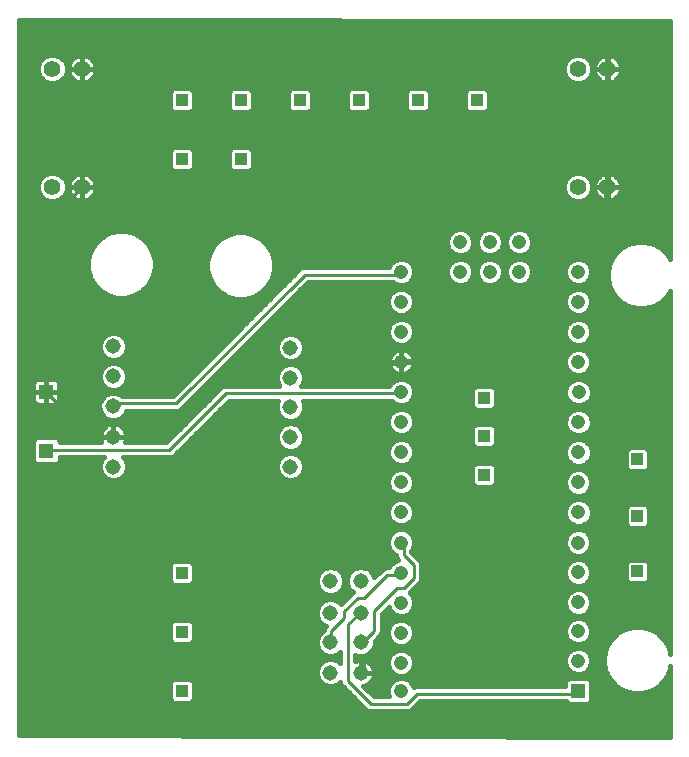
<source format=gbl>
G75*
%MOIN*%
%OFA0B0*%
%FSLAX25Y25*%
%IPPOS*%
%LPD*%
%AMOC8*
5,1,8,0,0,1.08239X$1,22.5*
%
%ADD10R,0.05150X0.05150*%
%ADD11R,0.04756X0.04756*%
%ADD12C,0.04756*%
%ADD13C,0.05150*%
%ADD14C,0.05543*%
%ADD15C,0.01000*%
%ADD16C,0.01600*%
%ADD17R,0.03962X0.03962*%
D10*
X0019713Y0105422D03*
X0019713Y0125107D03*
D11*
X0197036Y0025343D03*
D12*
X0196997Y0035383D03*
X0197036Y0045265D03*
X0197036Y0054871D03*
X0197036Y0064871D03*
X0197036Y0074831D03*
X0197076Y0084871D03*
X0197036Y0094871D03*
X0197076Y0104871D03*
X0197076Y0114910D03*
X0197115Y0124950D03*
X0197036Y0134989D03*
X0196997Y0145028D03*
X0197036Y0155068D03*
X0197036Y0165107D03*
X0177351Y0165107D03*
X0167509Y0165107D03*
X0167509Y0174950D03*
X0177351Y0174950D03*
X0157666Y0174950D03*
X0157666Y0165107D03*
X0137981Y0165068D03*
X0137942Y0155068D03*
X0137981Y0145068D03*
X0137981Y0135068D03*
X0137981Y0125068D03*
X0137981Y0115028D03*
X0137981Y0104989D03*
X0137981Y0094950D03*
X0137942Y0084910D03*
X0137942Y0074831D03*
X0137942Y0064792D03*
X0137981Y0054792D03*
X0137902Y0044713D03*
X0137942Y0034753D03*
X0137981Y0025343D03*
D13*
X0124556Y0031406D03*
X0124556Y0041524D03*
X0124477Y0051288D03*
X0114359Y0051328D03*
X0114359Y0041524D03*
X0114398Y0031446D03*
X0114398Y0062036D03*
X0124517Y0062036D03*
X0101091Y0100107D03*
X0101091Y0109989D03*
X0101052Y0119950D03*
X0101052Y0129831D03*
X0101052Y0139792D03*
X0042036Y0140186D03*
X0042076Y0130186D03*
X0041997Y0120186D03*
X0042036Y0110146D03*
X0042036Y0100107D03*
D14*
X0031564Y0193335D03*
X0021721Y0193335D03*
X0021721Y0232706D03*
X0031564Y0232706D03*
X0196918Y0232706D03*
X0206761Y0232706D03*
X0206761Y0193335D03*
X0196918Y0193335D03*
D15*
X0205937Y0192737D02*
X0205937Y0187237D01*
X0154237Y0135537D01*
X0144337Y0135537D01*
X0144337Y0055237D01*
X0138837Y0049737D01*
X0136637Y0049737D01*
X0133337Y0046437D01*
X0133337Y0044237D01*
X0125637Y0036537D01*
X0125637Y0032137D01*
X0124556Y0031406D01*
X0120137Y0028837D02*
X0120137Y0047537D01*
X0123437Y0050837D01*
X0124477Y0051288D01*
X0128937Y0051937D02*
X0128937Y0045337D01*
X0125637Y0042037D01*
X0124556Y0041524D01*
X0119037Y0049737D02*
X0114637Y0045337D01*
X0114637Y0042037D01*
X0114359Y0041524D01*
X0119037Y0049737D02*
X0119037Y0051937D01*
X0123437Y0056337D01*
X0125637Y0056337D01*
X0133337Y0064037D01*
X0137737Y0064037D01*
X0137942Y0064792D01*
X0142137Y0062937D02*
X0138837Y0059637D01*
X0136637Y0059637D01*
X0128937Y0051937D01*
X0142137Y0062937D02*
X0142137Y0067337D01*
X0138837Y0070637D01*
X0138837Y0073937D01*
X0137942Y0074831D01*
X0120137Y0028837D02*
X0127837Y0021137D01*
X0139937Y0021137D01*
X0143237Y0024437D01*
X0196037Y0024437D01*
X0197036Y0025343D01*
X0137737Y0124537D02*
X0137981Y0125068D01*
X0137737Y0124537D02*
X0079437Y0124537D01*
X0060737Y0105837D01*
X0020037Y0105837D01*
X0019713Y0105422D01*
X0034337Y0110237D02*
X0020037Y0124537D01*
X0019713Y0125107D01*
X0020037Y0125637D01*
X0020037Y0181737D01*
X0031037Y0192737D01*
X0031564Y0193335D01*
X0086037Y0134437D02*
X0137737Y0134437D01*
X0137981Y0135068D01*
X0138837Y0135537D01*
X0144337Y0135537D01*
X0137737Y0164137D02*
X0137981Y0165068D01*
X0137737Y0164137D02*
X0105837Y0164137D01*
X0062937Y0121237D01*
X0042037Y0121237D01*
X0041997Y0120186D01*
X0042037Y0110237D02*
X0042036Y0110146D01*
X0040937Y0110237D01*
X0034337Y0110237D01*
X0042037Y0110237D02*
X0061837Y0110237D01*
X0086037Y0134437D01*
X0205937Y0192737D02*
X0206761Y0193335D01*
D16*
X0010537Y0248960D02*
X0010537Y0010529D01*
X0227709Y0010152D01*
X0227709Y0033633D01*
X0227103Y0031374D01*
X0225642Y0028843D01*
X0223576Y0026777D01*
X0221045Y0025315D01*
X0218222Y0024559D01*
X0215299Y0024559D01*
X0212476Y0025315D01*
X0209946Y0026777D01*
X0207879Y0028843D01*
X0206418Y0031374D01*
X0205661Y0034197D01*
X0205661Y0037120D01*
X0206418Y0039942D01*
X0207879Y0042473D01*
X0209946Y0044540D01*
X0212476Y0046001D01*
X0215299Y0046757D01*
X0218222Y0046757D01*
X0221045Y0046001D01*
X0223576Y0044540D01*
X0225642Y0042473D01*
X0227103Y0039942D01*
X0227709Y0037684D01*
X0227709Y0158723D01*
X0226823Y0157190D01*
X0224757Y0155123D01*
X0222226Y0153662D01*
X0219403Y0152906D01*
X0216480Y0152906D01*
X0213658Y0153662D01*
X0211127Y0155123D01*
X0209060Y0157190D01*
X0207599Y0159721D01*
X0206843Y0162543D01*
X0206843Y0165466D01*
X0207599Y0168289D01*
X0209060Y0170820D01*
X0211127Y0172886D01*
X0213658Y0174348D01*
X0216480Y0175104D01*
X0219403Y0175104D01*
X0222226Y0174348D01*
X0224757Y0172886D01*
X0226823Y0170820D01*
X0227709Y0169286D01*
X0227709Y0248583D01*
X0010537Y0248960D01*
X0010537Y0248711D02*
X0154213Y0248711D01*
X0160408Y0226254D02*
X0159236Y0225082D01*
X0159236Y0219463D01*
X0160408Y0218291D01*
X0166027Y0218291D01*
X0167198Y0219463D01*
X0167198Y0225082D01*
X0166027Y0226254D01*
X0160408Y0226254D01*
X0159236Y0224733D02*
X0147513Y0224733D01*
X0147513Y0225082D02*
X0146342Y0226254D01*
X0140723Y0226254D01*
X0139551Y0225082D01*
X0139551Y0219463D01*
X0140723Y0218291D01*
X0146342Y0218291D01*
X0147513Y0219463D01*
X0147513Y0225082D01*
X0147513Y0223135D02*
X0159236Y0223135D01*
X0159236Y0221536D02*
X0147513Y0221536D01*
X0147513Y0219938D02*
X0159236Y0219938D01*
X0160360Y0218339D02*
X0146389Y0218339D01*
X0140675Y0218339D02*
X0126704Y0218339D01*
X0126657Y0218291D02*
X0127828Y0219463D01*
X0127828Y0225082D01*
X0126657Y0226254D01*
X0121038Y0226254D01*
X0119866Y0225082D01*
X0119866Y0219463D01*
X0121038Y0218291D01*
X0126657Y0218291D01*
X0127828Y0219938D02*
X0139551Y0219938D01*
X0139551Y0221536D02*
X0127828Y0221536D01*
X0127828Y0223135D02*
X0139551Y0223135D01*
X0139551Y0224733D02*
X0127828Y0224733D01*
X0120990Y0218339D02*
X0107019Y0218339D01*
X0106972Y0218291D02*
X0108143Y0219463D01*
X0108143Y0225082D01*
X0106972Y0226254D01*
X0101353Y0226254D01*
X0100181Y0225082D01*
X0100181Y0219463D01*
X0101353Y0218291D01*
X0106972Y0218291D01*
X0108143Y0219938D02*
X0119866Y0219938D01*
X0119866Y0221536D02*
X0108143Y0221536D01*
X0108143Y0223135D02*
X0119866Y0223135D01*
X0119866Y0224733D02*
X0108143Y0224733D01*
X0101305Y0218339D02*
X0087334Y0218339D01*
X0087287Y0218291D02*
X0088458Y0219463D01*
X0088458Y0225082D01*
X0087287Y0226254D01*
X0081668Y0226254D01*
X0080496Y0225082D01*
X0080496Y0219463D01*
X0081668Y0218291D01*
X0087287Y0218291D01*
X0088458Y0219938D02*
X0100181Y0219938D01*
X0100181Y0221536D02*
X0088458Y0221536D01*
X0088458Y0223135D02*
X0100181Y0223135D01*
X0100181Y0224733D02*
X0088458Y0224733D01*
X0081620Y0218339D02*
X0067649Y0218339D01*
X0067602Y0218291D02*
X0068773Y0219463D01*
X0068773Y0225082D01*
X0067602Y0226254D01*
X0061983Y0226254D01*
X0060811Y0225082D01*
X0060811Y0219463D01*
X0061983Y0218291D01*
X0067602Y0218291D01*
X0068773Y0219938D02*
X0080496Y0219938D01*
X0080496Y0221536D02*
X0068773Y0221536D01*
X0068773Y0223135D02*
X0080496Y0223135D01*
X0080496Y0224733D02*
X0068773Y0224733D01*
X0060811Y0224733D02*
X0010537Y0224733D01*
X0010537Y0223135D02*
X0060811Y0223135D01*
X0060811Y0221536D02*
X0010537Y0221536D01*
X0010537Y0219938D02*
X0060811Y0219938D01*
X0061935Y0218339D02*
X0010537Y0218339D01*
X0010537Y0216741D02*
X0227709Y0216741D01*
X0227709Y0218339D02*
X0166075Y0218339D01*
X0167198Y0219938D02*
X0227709Y0219938D01*
X0227709Y0221536D02*
X0167198Y0221536D01*
X0167198Y0223135D02*
X0227709Y0223135D01*
X0227709Y0224733D02*
X0167198Y0224733D01*
X0192146Y0231756D02*
X0192873Y0230003D01*
X0194215Y0228660D01*
X0195969Y0227934D01*
X0197867Y0227934D01*
X0199621Y0228660D01*
X0200963Y0230003D01*
X0201690Y0231756D01*
X0201690Y0233655D01*
X0200963Y0235408D01*
X0199621Y0236751D01*
X0197867Y0237477D01*
X0195969Y0237477D01*
X0194215Y0236751D01*
X0192873Y0235408D01*
X0192146Y0233655D01*
X0192146Y0231756D01*
X0192407Y0231127D02*
X0035858Y0231127D01*
X0035800Y0230951D02*
X0036023Y0231635D01*
X0036135Y0232346D01*
X0036135Y0232620D01*
X0031650Y0232620D01*
X0031650Y0232791D01*
X0036135Y0232791D01*
X0036135Y0233065D01*
X0036023Y0233776D01*
X0035800Y0234460D01*
X0035474Y0235102D01*
X0035051Y0235684D01*
X0034542Y0236193D01*
X0033960Y0236616D01*
X0033319Y0236942D01*
X0032634Y0237165D01*
X0031924Y0237277D01*
X0031650Y0237277D01*
X0031650Y0232791D01*
X0031478Y0232791D01*
X0031478Y0232620D01*
X0026992Y0232620D01*
X0026992Y0232346D01*
X0027105Y0231635D01*
X0027327Y0230951D01*
X0027654Y0230309D01*
X0028077Y0229727D01*
X0028586Y0229218D01*
X0029168Y0228795D01*
X0029809Y0228469D01*
X0030493Y0228246D01*
X0031204Y0228134D01*
X0031478Y0228134D01*
X0031478Y0232620D01*
X0031650Y0232620D01*
X0031650Y0228134D01*
X0031924Y0228134D01*
X0032634Y0228246D01*
X0033319Y0228469D01*
X0033960Y0228795D01*
X0034542Y0229218D01*
X0035051Y0229727D01*
X0035474Y0230309D01*
X0035800Y0230951D01*
X0034852Y0229529D02*
X0193347Y0229529D01*
X0192146Y0232726D02*
X0031650Y0232726D01*
X0031478Y0232726D02*
X0026493Y0232726D01*
X0026992Y0232791D02*
X0031478Y0232791D01*
X0031478Y0237277D01*
X0031204Y0237277D01*
X0030493Y0237165D01*
X0029809Y0236942D01*
X0029168Y0236616D01*
X0028586Y0236193D01*
X0028077Y0235684D01*
X0027654Y0235102D01*
X0027327Y0234460D01*
X0027105Y0233776D01*
X0026992Y0233065D01*
X0026992Y0232791D01*
X0026493Y0233655D02*
X0026493Y0231756D01*
X0025766Y0230003D01*
X0024424Y0228660D01*
X0022670Y0227934D01*
X0020772Y0227934D01*
X0019018Y0228660D01*
X0017676Y0230003D01*
X0016950Y0231756D01*
X0016950Y0233655D01*
X0017676Y0235408D01*
X0019018Y0236751D01*
X0020772Y0237477D01*
X0022670Y0237477D01*
X0024424Y0236751D01*
X0025766Y0235408D01*
X0026493Y0233655D01*
X0026216Y0234324D02*
X0027283Y0234324D01*
X0028316Y0235923D02*
X0025252Y0235923D01*
X0026232Y0231127D02*
X0027270Y0231127D01*
X0028275Y0229529D02*
X0025292Y0229529D01*
X0031478Y0229529D02*
X0031650Y0229529D01*
X0031650Y0231127D02*
X0031478Y0231127D01*
X0031478Y0234324D02*
X0031650Y0234324D01*
X0031650Y0235923D02*
X0031478Y0235923D01*
X0034812Y0235923D02*
X0193387Y0235923D01*
X0192424Y0234324D02*
X0035845Y0234324D01*
X0018190Y0235923D02*
X0010537Y0235923D01*
X0010537Y0237521D02*
X0227709Y0237521D01*
X0227709Y0235923D02*
X0210009Y0235923D01*
X0210248Y0235684D02*
X0209739Y0236193D01*
X0209157Y0236616D01*
X0208516Y0236942D01*
X0207831Y0237165D01*
X0207120Y0237277D01*
X0206846Y0237277D01*
X0206846Y0232791D01*
X0206675Y0232791D01*
X0206675Y0232620D01*
X0202189Y0232620D01*
X0202189Y0232346D01*
X0202302Y0231635D01*
X0202524Y0230951D01*
X0202851Y0230309D01*
X0203274Y0229727D01*
X0203782Y0229218D01*
X0204365Y0228795D01*
X0205006Y0228469D01*
X0205690Y0228246D01*
X0206401Y0228134D01*
X0206675Y0228134D01*
X0206675Y0232620D01*
X0206846Y0232620D01*
X0206846Y0228134D01*
X0207120Y0228134D01*
X0207831Y0228246D01*
X0208516Y0228469D01*
X0209157Y0228795D01*
X0209739Y0229218D01*
X0210248Y0229727D01*
X0210671Y0230309D01*
X0210997Y0230951D01*
X0211220Y0231635D01*
X0211332Y0232346D01*
X0211332Y0232620D01*
X0206847Y0232620D01*
X0206847Y0232791D01*
X0211332Y0232791D01*
X0211332Y0233065D01*
X0211220Y0233776D01*
X0210997Y0234460D01*
X0210671Y0235102D01*
X0210248Y0235684D01*
X0211042Y0234324D02*
X0227709Y0234324D01*
X0227709Y0232726D02*
X0206847Y0232726D01*
X0206675Y0232726D02*
X0201690Y0232726D01*
X0202189Y0232791D02*
X0206675Y0232791D01*
X0206675Y0237277D01*
X0206401Y0237277D01*
X0205690Y0237165D01*
X0205006Y0236942D01*
X0204365Y0236616D01*
X0203782Y0236193D01*
X0203274Y0235684D01*
X0202851Y0235102D01*
X0202524Y0234460D01*
X0202302Y0233776D01*
X0202189Y0233065D01*
X0202189Y0232791D01*
X0202480Y0234324D02*
X0201412Y0234324D01*
X0200449Y0235923D02*
X0203512Y0235923D01*
X0202467Y0231127D02*
X0201429Y0231127D01*
X0200489Y0229529D02*
X0203472Y0229529D01*
X0206675Y0229529D02*
X0206846Y0229529D01*
X0206846Y0231127D02*
X0206675Y0231127D01*
X0206675Y0234324D02*
X0206846Y0234324D01*
X0206846Y0235923D02*
X0206675Y0235923D01*
X0211055Y0231127D02*
X0227709Y0231127D01*
X0227709Y0229529D02*
X0210049Y0229529D01*
X0227709Y0227930D02*
X0010537Y0227930D01*
X0010537Y0226332D02*
X0227709Y0226332D01*
X0227709Y0215142D02*
X0010537Y0215142D01*
X0010537Y0213543D02*
X0227709Y0213543D01*
X0227709Y0211945D02*
X0010537Y0211945D01*
X0010537Y0210346D02*
X0227709Y0210346D01*
X0227709Y0208748D02*
X0010537Y0208748D01*
X0010537Y0207149D02*
X0227709Y0207149D01*
X0227709Y0205551D02*
X0088304Y0205551D01*
X0088458Y0205397D02*
X0087287Y0206568D01*
X0081668Y0206568D01*
X0080496Y0205397D01*
X0080496Y0199778D01*
X0081668Y0198606D01*
X0087287Y0198606D01*
X0088458Y0199778D01*
X0088458Y0205397D01*
X0088458Y0203952D02*
X0227709Y0203952D01*
X0227709Y0202354D02*
X0088458Y0202354D01*
X0088458Y0200755D02*
X0227709Y0200755D01*
X0227709Y0199157D02*
X0087837Y0199157D01*
X0081117Y0199157D02*
X0068152Y0199157D01*
X0067602Y0198606D02*
X0068773Y0199778D01*
X0068773Y0205397D01*
X0067602Y0206568D01*
X0061983Y0206568D01*
X0060811Y0205397D01*
X0060811Y0199778D01*
X0061983Y0198606D01*
X0067602Y0198606D01*
X0068773Y0200755D02*
X0080496Y0200755D01*
X0080496Y0202354D02*
X0068773Y0202354D01*
X0068773Y0203952D02*
X0080496Y0203952D01*
X0080650Y0205551D02*
X0068619Y0205551D01*
X0060965Y0205551D02*
X0010537Y0205551D01*
X0010537Y0203952D02*
X0060811Y0203952D01*
X0060811Y0202354D02*
X0010537Y0202354D01*
X0010537Y0200755D02*
X0060811Y0200755D01*
X0061432Y0199157D02*
X0010537Y0199157D01*
X0010537Y0197558D02*
X0019447Y0197558D01*
X0019018Y0197381D02*
X0020772Y0198107D01*
X0022670Y0198107D01*
X0024424Y0197381D01*
X0025766Y0196038D01*
X0026493Y0194285D01*
X0026493Y0192386D01*
X0025766Y0190633D01*
X0024424Y0189290D01*
X0022670Y0188564D01*
X0020772Y0188564D01*
X0019018Y0189290D01*
X0017676Y0190633D01*
X0016950Y0192386D01*
X0016950Y0194285D01*
X0017676Y0196038D01*
X0019018Y0197381D01*
X0017644Y0195960D02*
X0010537Y0195960D01*
X0010537Y0194361D02*
X0016981Y0194361D01*
X0016950Y0192763D02*
X0010537Y0192763D01*
X0010537Y0191164D02*
X0017456Y0191164D01*
X0018743Y0189566D02*
X0010537Y0189566D01*
X0010537Y0187967D02*
X0227709Y0187967D01*
X0227709Y0186369D02*
X0010537Y0186369D01*
X0010537Y0184770D02*
X0227709Y0184770D01*
X0227709Y0183172D02*
X0010537Y0183172D01*
X0010537Y0181573D02*
X0227709Y0181573D01*
X0227709Y0179975D02*
X0010537Y0179975D01*
X0010537Y0178376D02*
X0042241Y0178376D01*
X0043252Y0178647D02*
X0040429Y0177891D01*
X0037898Y0176430D01*
X0035832Y0174363D01*
X0034371Y0171832D01*
X0033614Y0169009D01*
X0033614Y0166087D01*
X0034371Y0163264D01*
X0035832Y0160733D01*
X0037898Y0158666D01*
X0040429Y0157205D01*
X0043252Y0156449D01*
X0046175Y0156449D01*
X0048998Y0157205D01*
X0051528Y0158666D01*
X0053595Y0160733D01*
X0055056Y0163264D01*
X0055813Y0166087D01*
X0055813Y0169009D01*
X0055056Y0171832D01*
X0053595Y0174363D01*
X0051528Y0176430D01*
X0048998Y0177891D01*
X0046175Y0178647D01*
X0043252Y0178647D01*
X0047186Y0178376D02*
X0154901Y0178376D01*
X0155186Y0178661D02*
X0153955Y0177430D01*
X0153288Y0175820D01*
X0153288Y0174079D01*
X0153955Y0172470D01*
X0155186Y0171238D01*
X0156795Y0170572D01*
X0158537Y0170572D01*
X0160146Y0171238D01*
X0161378Y0172470D01*
X0162044Y0174079D01*
X0162044Y0175820D01*
X0161378Y0177430D01*
X0160146Y0178661D01*
X0158537Y0179328D01*
X0156795Y0179328D01*
X0155186Y0178661D01*
X0153685Y0176778D02*
X0090007Y0176778D01*
X0088761Y0177497D02*
X0085938Y0178254D01*
X0083016Y0178254D01*
X0080193Y0177497D01*
X0077662Y0176036D01*
X0075596Y0173969D01*
X0074134Y0171438D01*
X0073378Y0168616D01*
X0073378Y0165693D01*
X0074134Y0162870D01*
X0075596Y0160339D01*
X0077662Y0158273D01*
X0080193Y0156812D01*
X0083016Y0156055D01*
X0085938Y0156055D01*
X0088761Y0156812D01*
X0091292Y0158273D01*
X0093359Y0160339D01*
X0094820Y0162870D01*
X0095576Y0165693D01*
X0095576Y0168616D01*
X0094820Y0171438D01*
X0093359Y0173969D01*
X0091292Y0176036D01*
X0088761Y0177497D01*
X0092149Y0175179D02*
X0153288Y0175179D01*
X0153494Y0173581D02*
X0093583Y0173581D01*
X0094506Y0171982D02*
X0154442Y0171982D01*
X0155186Y0168819D02*
X0153955Y0167587D01*
X0153288Y0165978D01*
X0153288Y0164236D01*
X0153955Y0162627D01*
X0155186Y0161396D01*
X0156795Y0160729D01*
X0158537Y0160729D01*
X0160146Y0161396D01*
X0161378Y0162627D01*
X0162044Y0164236D01*
X0162044Y0165978D01*
X0161378Y0167587D01*
X0160146Y0168819D01*
X0158537Y0169485D01*
X0156795Y0169485D01*
X0155186Y0168819D01*
X0155153Y0168785D02*
X0140447Y0168785D01*
X0140461Y0168779D02*
X0138852Y0169446D01*
X0137110Y0169446D01*
X0135501Y0168779D01*
X0134270Y0167548D01*
X0133892Y0166637D01*
X0105340Y0166637D01*
X0104421Y0166256D01*
X0061901Y0123737D01*
X0044915Y0123737D01*
X0044588Y0124064D01*
X0042907Y0124761D01*
X0041087Y0124761D01*
X0039405Y0124064D01*
X0038119Y0122777D01*
X0037422Y0121096D01*
X0037422Y0119276D01*
X0038119Y0117594D01*
X0039405Y0116307D01*
X0041087Y0115611D01*
X0042907Y0115611D01*
X0044588Y0116307D01*
X0045875Y0117594D01*
X0046348Y0118737D01*
X0063434Y0118737D01*
X0064353Y0119118D01*
X0065056Y0119821D01*
X0106873Y0161637D01*
X0135220Y0161637D01*
X0135501Y0161356D01*
X0137110Y0160690D01*
X0138852Y0160690D01*
X0140461Y0161356D01*
X0141693Y0162588D01*
X0142359Y0164197D01*
X0142359Y0165939D01*
X0141693Y0167548D01*
X0140461Y0168779D01*
X0141842Y0167187D02*
X0153789Y0167187D01*
X0153288Y0165588D02*
X0142359Y0165588D01*
X0142273Y0163990D02*
X0153390Y0163990D01*
X0154191Y0162391D02*
X0141496Y0162391D01*
X0139100Y0160793D02*
X0156642Y0160793D01*
X0158690Y0160793D02*
X0166485Y0160793D01*
X0166638Y0160729D02*
X0168379Y0160729D01*
X0169989Y0161396D01*
X0171220Y0162627D01*
X0171887Y0164236D01*
X0171887Y0165978D01*
X0171220Y0167587D01*
X0169989Y0168819D01*
X0168379Y0169485D01*
X0166638Y0169485D01*
X0165029Y0168819D01*
X0163797Y0167587D01*
X0163131Y0165978D01*
X0163131Y0164236D01*
X0163797Y0162627D01*
X0165029Y0161396D01*
X0166638Y0160729D01*
X0168533Y0160793D02*
X0176327Y0160793D01*
X0176480Y0160729D02*
X0178222Y0160729D01*
X0179831Y0161396D01*
X0181063Y0162627D01*
X0181729Y0164236D01*
X0181729Y0165978D01*
X0181063Y0167587D01*
X0179831Y0168819D01*
X0178222Y0169485D01*
X0176480Y0169485D01*
X0174871Y0168819D01*
X0173640Y0167587D01*
X0172973Y0165978D01*
X0172973Y0164236D01*
X0173640Y0162627D01*
X0174871Y0161396D01*
X0176480Y0160729D01*
X0178375Y0160793D02*
X0196012Y0160793D01*
X0196165Y0160729D02*
X0197907Y0160729D01*
X0199516Y0161396D01*
X0200748Y0162627D01*
X0201414Y0164236D01*
X0201414Y0165978D01*
X0200748Y0167587D01*
X0199516Y0168819D01*
X0197907Y0169485D01*
X0196165Y0169485D01*
X0194556Y0168819D01*
X0193325Y0167587D01*
X0192658Y0165978D01*
X0192658Y0164236D01*
X0193325Y0162627D01*
X0194556Y0161396D01*
X0196165Y0160729D01*
X0196165Y0159446D02*
X0194556Y0158779D01*
X0193325Y0157548D01*
X0192658Y0155939D01*
X0192658Y0154197D01*
X0193325Y0152588D01*
X0194556Y0151356D01*
X0196165Y0150690D01*
X0197907Y0150690D01*
X0199516Y0151356D01*
X0200748Y0152588D01*
X0201414Y0154197D01*
X0201414Y0155939D01*
X0200748Y0157548D01*
X0199516Y0158779D01*
X0197907Y0159446D01*
X0196165Y0159446D01*
X0195558Y0159194D02*
X0139420Y0159194D01*
X0138813Y0159446D02*
X0140422Y0158779D01*
X0141653Y0157548D01*
X0142320Y0155939D01*
X0142320Y0154197D01*
X0141653Y0152588D01*
X0140422Y0151356D01*
X0138813Y0150690D01*
X0137071Y0150690D01*
X0135462Y0151356D01*
X0134230Y0152588D01*
X0133564Y0154197D01*
X0133564Y0155939D01*
X0134230Y0157548D01*
X0135462Y0158779D01*
X0137071Y0159446D01*
X0138813Y0159446D01*
X0136464Y0159194D02*
X0104430Y0159194D01*
X0106028Y0160793D02*
X0136862Y0160793D01*
X0134278Y0157596D02*
X0102831Y0157596D01*
X0101233Y0155997D02*
X0133588Y0155997D01*
X0133564Y0154399D02*
X0099634Y0154399D01*
X0098036Y0152800D02*
X0134142Y0152800D01*
X0135835Y0151202D02*
X0096437Y0151202D01*
X0094839Y0149603D02*
X0227709Y0149603D01*
X0227709Y0148005D02*
X0200212Y0148005D01*
X0200708Y0147508D02*
X0199477Y0148740D01*
X0197868Y0149406D01*
X0196126Y0149406D01*
X0194517Y0148740D01*
X0193285Y0147508D01*
X0192619Y0145899D01*
X0192619Y0144158D01*
X0193285Y0142548D01*
X0194517Y0141317D01*
X0196126Y0140650D01*
X0197868Y0140650D01*
X0199477Y0141317D01*
X0200708Y0142548D01*
X0201375Y0144158D01*
X0201375Y0145899D01*
X0200708Y0147508D01*
X0201165Y0146406D02*
X0227709Y0146406D01*
X0227709Y0144807D02*
X0201375Y0144807D01*
X0200982Y0143209D02*
X0227709Y0143209D01*
X0227709Y0141610D02*
X0199770Y0141610D01*
X0197907Y0139367D02*
X0196165Y0139367D01*
X0194556Y0138700D01*
X0193325Y0137469D01*
X0192658Y0135860D01*
X0192658Y0134118D01*
X0193325Y0132509D01*
X0194556Y0131278D01*
X0196165Y0130611D01*
X0197907Y0130611D01*
X0199516Y0131278D01*
X0200748Y0132509D01*
X0201414Y0134118D01*
X0201414Y0135860D01*
X0200748Y0137469D01*
X0199516Y0138700D01*
X0197907Y0139367D01*
X0199803Y0138413D02*
X0227709Y0138413D01*
X0227709Y0136815D02*
X0201019Y0136815D01*
X0201414Y0135216D02*
X0227709Y0135216D01*
X0227709Y0133618D02*
X0201207Y0133618D01*
X0200258Y0132019D02*
X0227709Y0132019D01*
X0227709Y0130421D02*
X0105627Y0130421D01*
X0105627Y0130741D02*
X0104930Y0132423D01*
X0103643Y0133710D01*
X0101962Y0134406D01*
X0100142Y0134406D01*
X0098461Y0133710D01*
X0097174Y0132423D01*
X0096477Y0130741D01*
X0096477Y0128922D01*
X0097174Y0127240D01*
X0097377Y0127037D01*
X0078940Y0127037D01*
X0078021Y0126656D01*
X0059701Y0108337D01*
X0046024Y0108337D01*
X0046091Y0108467D01*
X0046303Y0109122D01*
X0046411Y0109802D01*
X0046411Y0110146D01*
X0042036Y0110146D01*
X0037661Y0110146D01*
X0037661Y0109802D01*
X0037769Y0109122D01*
X0037982Y0108467D01*
X0038048Y0108337D01*
X0024288Y0108337D01*
X0024288Y0108825D01*
X0023117Y0109997D01*
X0016310Y0109997D01*
X0015139Y0108825D01*
X0015139Y0102019D01*
X0016310Y0100847D01*
X0023117Y0100847D01*
X0024288Y0102019D01*
X0024288Y0103337D01*
X0038796Y0103337D01*
X0038158Y0102698D01*
X0037461Y0101017D01*
X0037461Y0099197D01*
X0038158Y0097516D01*
X0039445Y0096229D01*
X0041126Y0095532D01*
X0042946Y0095532D01*
X0044628Y0096229D01*
X0045915Y0097516D01*
X0046611Y0099197D01*
X0046611Y0101017D01*
X0045915Y0102698D01*
X0045276Y0103337D01*
X0061234Y0103337D01*
X0062153Y0103718D01*
X0062856Y0104421D01*
X0080473Y0122037D01*
X0096965Y0122037D01*
X0096477Y0120860D01*
X0096477Y0119040D01*
X0097174Y0117358D01*
X0098461Y0116071D01*
X0100142Y0115375D01*
X0101962Y0115375D01*
X0103643Y0116071D01*
X0104930Y0117358D01*
X0105627Y0119040D01*
X0105627Y0120860D01*
X0105139Y0122037D01*
X0134820Y0122037D01*
X0135501Y0121356D01*
X0137110Y0120690D01*
X0138852Y0120690D01*
X0140461Y0121356D01*
X0141693Y0122588D01*
X0142359Y0124197D01*
X0142359Y0125939D01*
X0141693Y0127548D01*
X0140461Y0128779D01*
X0138852Y0129446D01*
X0137110Y0129446D01*
X0135501Y0128779D01*
X0134270Y0127548D01*
X0134058Y0127037D01*
X0104727Y0127037D01*
X0104930Y0127240D01*
X0105627Y0128922D01*
X0105627Y0130741D01*
X0105097Y0132019D02*
X0135121Y0132019D01*
X0135259Y0131881D02*
X0135791Y0131494D01*
X0136377Y0131196D01*
X0137003Y0130993D01*
X0137652Y0130890D01*
X0137981Y0130890D01*
X0137981Y0135068D01*
X0137981Y0139246D01*
X0137652Y0139246D01*
X0137003Y0139143D01*
X0136377Y0138940D01*
X0135791Y0138641D01*
X0135259Y0138254D01*
X0134794Y0137789D01*
X0134408Y0137257D01*
X0134109Y0136671D01*
X0133906Y0136046D01*
X0133803Y0135397D01*
X0133803Y0135068D01*
X0137981Y0135068D01*
X0137981Y0135068D01*
X0137981Y0139246D01*
X0138310Y0139246D01*
X0138959Y0139143D01*
X0139585Y0138940D01*
X0140171Y0138641D01*
X0140703Y0138254D01*
X0141168Y0137789D01*
X0141554Y0137257D01*
X0141853Y0136671D01*
X0142056Y0136046D01*
X0142159Y0135397D01*
X0142159Y0135068D01*
X0137981Y0135068D01*
X0137981Y0135068D01*
X0137981Y0135068D01*
X0133803Y0135068D01*
X0133803Y0134739D01*
X0133906Y0134089D01*
X0134109Y0133464D01*
X0134408Y0132878D01*
X0134794Y0132346D01*
X0135259Y0131881D01*
X0134059Y0133618D02*
X0103735Y0133618D01*
X0103643Y0135914D02*
X0101962Y0135217D01*
X0100142Y0135217D01*
X0098461Y0135914D01*
X0097174Y0137201D01*
X0096477Y0138882D01*
X0096477Y0140702D01*
X0097174Y0142384D01*
X0098461Y0143670D01*
X0100142Y0144367D01*
X0101962Y0144367D01*
X0103643Y0143670D01*
X0104930Y0142384D01*
X0105627Y0140702D01*
X0105627Y0138882D01*
X0104930Y0137201D01*
X0103643Y0135914D01*
X0104545Y0136815D02*
X0134182Y0136815D01*
X0133803Y0135216D02*
X0080452Y0135216D01*
X0078853Y0133618D02*
X0098369Y0133618D01*
X0097007Y0132019D02*
X0077255Y0132019D01*
X0075656Y0130421D02*
X0096477Y0130421D01*
X0096518Y0128822D02*
X0074058Y0128822D01*
X0072459Y0127224D02*
X0097190Y0127224D01*
X0096477Y0120830D02*
X0079265Y0120830D01*
X0077667Y0119231D02*
X0096477Y0119231D01*
X0097060Y0117633D02*
X0076068Y0117633D01*
X0074470Y0116034D02*
X0098550Y0116034D01*
X0099872Y0114436D02*
X0072871Y0114436D01*
X0071273Y0112837D02*
X0097470Y0112837D01*
X0097213Y0112580D02*
X0096517Y0110899D01*
X0096517Y0109079D01*
X0097213Y0107398D01*
X0098500Y0106111D01*
X0100181Y0105414D01*
X0102001Y0105414D01*
X0103683Y0106111D01*
X0104970Y0107398D01*
X0105666Y0109079D01*
X0105666Y0110899D01*
X0104970Y0112580D01*
X0103683Y0113867D01*
X0102001Y0114564D01*
X0100181Y0114564D01*
X0098500Y0113867D01*
X0097213Y0112580D01*
X0096657Y0111239D02*
X0069674Y0111239D01*
X0068076Y0109640D02*
X0096517Y0109640D01*
X0096946Y0108042D02*
X0066477Y0108042D01*
X0064879Y0106443D02*
X0098167Y0106443D01*
X0098500Y0103985D02*
X0097213Y0102698D01*
X0096517Y0101017D01*
X0096517Y0099197D01*
X0097213Y0097516D01*
X0098500Y0096229D01*
X0100181Y0095532D01*
X0102001Y0095532D01*
X0103683Y0096229D01*
X0104970Y0097516D01*
X0105666Y0099197D01*
X0105666Y0101017D01*
X0104970Y0102698D01*
X0103683Y0103985D01*
X0102001Y0104682D01*
X0100181Y0104682D01*
X0098500Y0103985D01*
X0097761Y0103246D02*
X0045367Y0103246D01*
X0046350Y0101648D02*
X0096778Y0101648D01*
X0096517Y0100049D02*
X0046611Y0100049D01*
X0046302Y0098451D02*
X0096826Y0098451D01*
X0097877Y0096852D02*
X0045251Y0096852D01*
X0038821Y0096852D02*
X0010537Y0096852D01*
X0010537Y0095254D02*
X0133603Y0095254D01*
X0133603Y0095820D02*
X0133603Y0094079D01*
X0134270Y0092470D01*
X0135501Y0091238D01*
X0137110Y0090572D01*
X0138852Y0090572D01*
X0140461Y0091238D01*
X0141693Y0092470D01*
X0142359Y0094079D01*
X0142359Y0095820D01*
X0141693Y0097430D01*
X0140461Y0098661D01*
X0138852Y0099328D01*
X0137110Y0099328D01*
X0135501Y0098661D01*
X0134270Y0097430D01*
X0133603Y0095820D01*
X0134030Y0096852D02*
X0104306Y0096852D01*
X0105357Y0098451D02*
X0135291Y0098451D01*
X0137110Y0100611D02*
X0138852Y0100611D01*
X0140461Y0101278D01*
X0141693Y0102509D01*
X0142359Y0104118D01*
X0142359Y0105860D01*
X0141693Y0107469D01*
X0140461Y0108700D01*
X0138852Y0109367D01*
X0137110Y0109367D01*
X0135501Y0108700D01*
X0134270Y0107469D01*
X0133603Y0105860D01*
X0133603Y0104118D01*
X0134270Y0102509D01*
X0135501Y0101278D01*
X0137110Y0100611D01*
X0135131Y0101648D02*
X0105405Y0101648D01*
X0105666Y0100049D02*
X0161598Y0100049D01*
X0161598Y0100279D02*
X0161598Y0094660D01*
X0162770Y0093488D01*
X0168389Y0093488D01*
X0169561Y0094660D01*
X0169561Y0100279D01*
X0168389Y0101450D01*
X0162770Y0101450D01*
X0161598Y0100279D01*
X0161598Y0098451D02*
X0140671Y0098451D01*
X0141932Y0096852D02*
X0161598Y0096852D01*
X0161598Y0095254D02*
X0142359Y0095254D01*
X0142184Y0093655D02*
X0162603Y0093655D01*
X0168556Y0093655D02*
X0192801Y0093655D01*
X0192658Y0094000D02*
X0193325Y0092391D01*
X0194556Y0091159D01*
X0196165Y0090493D01*
X0197907Y0090493D01*
X0199516Y0091159D01*
X0200748Y0092391D01*
X0201414Y0094000D01*
X0201414Y0095742D01*
X0200748Y0097351D01*
X0199516Y0098582D01*
X0197907Y0099249D01*
X0196165Y0099249D01*
X0194556Y0098582D01*
X0193325Y0097351D01*
X0192658Y0095742D01*
X0192658Y0094000D01*
X0192658Y0095254D02*
X0169561Y0095254D01*
X0169561Y0096852D02*
X0193118Y0096852D01*
X0194425Y0098451D02*
X0169561Y0098451D01*
X0169561Y0100049D02*
X0212780Y0100049D01*
X0212780Y0099778D02*
X0213951Y0098606D01*
X0219570Y0098606D01*
X0220742Y0099778D01*
X0220742Y0105397D01*
X0219570Y0106568D01*
X0213951Y0106568D01*
X0212780Y0105397D01*
X0212780Y0099778D01*
X0212780Y0101648D02*
X0200044Y0101648D01*
X0199555Y0101159D02*
X0200787Y0102391D01*
X0201454Y0104000D01*
X0201454Y0105742D01*
X0200787Y0107351D01*
X0199555Y0108582D01*
X0197946Y0109249D01*
X0196205Y0109249D01*
X0194596Y0108582D01*
X0193364Y0107351D01*
X0192698Y0105742D01*
X0192698Y0104000D01*
X0193364Y0102391D01*
X0194596Y0101159D01*
X0196205Y0100493D01*
X0197946Y0100493D01*
X0199555Y0101159D01*
X0201141Y0103246D02*
X0212780Y0103246D01*
X0212780Y0104845D02*
X0201454Y0104845D01*
X0201163Y0106443D02*
X0213826Y0106443D01*
X0219695Y0106443D02*
X0227709Y0106443D01*
X0227709Y0104845D02*
X0220742Y0104845D01*
X0220742Y0103246D02*
X0227709Y0103246D01*
X0227709Y0101648D02*
X0220742Y0101648D01*
X0220742Y0100049D02*
X0227709Y0100049D01*
X0227709Y0098451D02*
X0199648Y0098451D01*
X0200954Y0096852D02*
X0227709Y0096852D01*
X0227709Y0095254D02*
X0201414Y0095254D01*
X0201271Y0093655D02*
X0227709Y0093655D01*
X0227709Y0092057D02*
X0200413Y0092057D01*
X0198886Y0088860D02*
X0227709Y0088860D01*
X0227709Y0090458D02*
X0010537Y0090458D01*
X0010537Y0088860D02*
X0136036Y0088860D01*
X0135462Y0088622D02*
X0134230Y0087390D01*
X0133564Y0085781D01*
X0133564Y0084039D01*
X0134230Y0082430D01*
X0135462Y0081199D01*
X0137071Y0080532D01*
X0138813Y0080532D01*
X0140422Y0081199D01*
X0141653Y0082430D01*
X0142320Y0084039D01*
X0142320Y0085781D01*
X0141653Y0087390D01*
X0140422Y0088622D01*
X0138813Y0089288D01*
X0137071Y0089288D01*
X0135462Y0088622D01*
X0134177Y0087261D02*
X0010537Y0087261D01*
X0010537Y0085663D02*
X0133564Y0085663D01*
X0133564Y0084064D02*
X0010537Y0084064D01*
X0010537Y0082466D02*
X0134216Y0082466D01*
X0136263Y0080867D02*
X0010537Y0080867D01*
X0010537Y0079269D02*
X0227709Y0079269D01*
X0227709Y0080867D02*
X0220729Y0080867D01*
X0220742Y0080880D02*
X0219570Y0079709D01*
X0213951Y0079709D01*
X0212780Y0080880D01*
X0212780Y0086499D01*
X0213951Y0087671D01*
X0219570Y0087671D01*
X0220742Y0086499D01*
X0220742Y0080880D01*
X0220742Y0082466D02*
X0227709Y0082466D01*
X0227709Y0084064D02*
X0220742Y0084064D01*
X0220742Y0085663D02*
X0227709Y0085663D01*
X0227709Y0087261D02*
X0219980Y0087261D01*
X0213541Y0087261D02*
X0200824Y0087261D01*
X0200787Y0087351D02*
X0199555Y0088582D01*
X0197946Y0089249D01*
X0196205Y0089249D01*
X0194596Y0088582D01*
X0193364Y0087351D01*
X0192698Y0085742D01*
X0192698Y0084000D01*
X0193364Y0082391D01*
X0194596Y0081159D01*
X0196205Y0080493D01*
X0197946Y0080493D01*
X0199555Y0081159D01*
X0200787Y0082391D01*
X0201454Y0084000D01*
X0201454Y0085742D01*
X0200787Y0087351D01*
X0201454Y0085663D02*
X0212780Y0085663D01*
X0212780Y0084064D02*
X0201454Y0084064D01*
X0200818Y0082466D02*
X0212780Y0082466D01*
X0212793Y0080867D02*
X0198850Y0080867D01*
X0197907Y0079209D02*
X0196165Y0079209D01*
X0194556Y0078543D01*
X0193325Y0077311D01*
X0192658Y0075702D01*
X0192658Y0073961D01*
X0193325Y0072352D01*
X0194556Y0071120D01*
X0196165Y0070454D01*
X0197907Y0070454D01*
X0199516Y0071120D01*
X0200748Y0072352D01*
X0201414Y0073961D01*
X0201414Y0075702D01*
X0200748Y0077311D01*
X0199516Y0078543D01*
X0197907Y0079209D01*
X0200389Y0077670D02*
X0227709Y0077670D01*
X0227709Y0076072D02*
X0201261Y0076072D01*
X0201414Y0074473D02*
X0227709Y0074473D01*
X0227709Y0072874D02*
X0200964Y0072874D01*
X0199672Y0071276D02*
X0227709Y0071276D01*
X0227709Y0069677D02*
X0143332Y0069677D01*
X0143553Y0069456D02*
X0141337Y0071673D01*
X0141337Y0072035D01*
X0141653Y0072352D01*
X0142320Y0073961D01*
X0142320Y0075702D01*
X0141653Y0077311D01*
X0140422Y0078543D01*
X0138813Y0079209D01*
X0137071Y0079209D01*
X0135462Y0078543D01*
X0134230Y0077311D01*
X0133564Y0075702D01*
X0133564Y0073961D01*
X0134230Y0072352D01*
X0135462Y0071120D01*
X0136337Y0070758D01*
X0136337Y0070140D01*
X0136718Y0069221D01*
X0136857Y0069081D01*
X0135462Y0068504D01*
X0134230Y0067272D01*
X0133926Y0066537D01*
X0132840Y0066537D01*
X0131921Y0066156D01*
X0128980Y0063215D01*
X0128395Y0064628D01*
X0127108Y0065915D01*
X0125427Y0066611D01*
X0123607Y0066611D01*
X0121925Y0065915D01*
X0120638Y0064628D01*
X0119942Y0062946D01*
X0119942Y0061126D01*
X0120638Y0059445D01*
X0121824Y0058259D01*
X0117860Y0054296D01*
X0116950Y0055206D01*
X0115269Y0055902D01*
X0113449Y0055902D01*
X0111768Y0055206D01*
X0110481Y0053919D01*
X0109784Y0052238D01*
X0109784Y0050418D01*
X0110481Y0048736D01*
X0111768Y0047449D01*
X0112790Y0047026D01*
X0112518Y0046753D01*
X0112137Y0045834D01*
X0112137Y0045556D01*
X0111768Y0045403D01*
X0110481Y0044116D01*
X0109784Y0042434D01*
X0109784Y0040614D01*
X0110481Y0038933D01*
X0111768Y0037646D01*
X0113449Y0036950D01*
X0115269Y0036950D01*
X0116950Y0037646D01*
X0117637Y0038333D01*
X0117637Y0034677D01*
X0116990Y0035324D01*
X0115308Y0036020D01*
X0113488Y0036020D01*
X0111807Y0035324D01*
X0110520Y0034037D01*
X0109824Y0032356D01*
X0109824Y0030536D01*
X0110520Y0028854D01*
X0111807Y0027567D01*
X0113488Y0026871D01*
X0115308Y0026871D01*
X0116990Y0027567D01*
X0117674Y0028251D01*
X0118018Y0027421D01*
X0118721Y0026718D01*
X0126421Y0019018D01*
X0127340Y0018637D01*
X0140434Y0018637D01*
X0141353Y0019018D01*
X0142056Y0019721D01*
X0144273Y0021937D01*
X0192858Y0021937D01*
X0193830Y0020965D01*
X0200243Y0020965D01*
X0201414Y0022137D01*
X0201414Y0028550D01*
X0200243Y0029721D01*
X0193830Y0029721D01*
X0192658Y0028550D01*
X0192658Y0026937D01*
X0142740Y0026937D01*
X0142159Y0026697D01*
X0141693Y0027823D01*
X0140461Y0029055D01*
X0138852Y0029721D01*
X0137110Y0029721D01*
X0135501Y0029055D01*
X0134270Y0027823D01*
X0133603Y0026214D01*
X0133603Y0024472D01*
X0133949Y0023637D01*
X0128873Y0023637D01*
X0125399Y0027111D01*
X0125580Y0027139D01*
X0126235Y0027352D01*
X0126849Y0027665D01*
X0127406Y0028069D01*
X0127893Y0028556D01*
X0128298Y0029113D01*
X0128610Y0029727D01*
X0128823Y0030382D01*
X0128931Y0031062D01*
X0128931Y0031406D01*
X0124556Y0031406D01*
X0124556Y0031406D01*
X0128931Y0031406D01*
X0128931Y0031751D01*
X0128823Y0032431D01*
X0128610Y0033086D01*
X0128298Y0033699D01*
X0127893Y0034256D01*
X0127406Y0034743D01*
X0126849Y0035148D01*
X0126235Y0035461D01*
X0125580Y0035673D01*
X0124900Y0035781D01*
X0124556Y0035781D01*
X0124556Y0031406D01*
X0124556Y0031406D01*
X0124556Y0035781D01*
X0124212Y0035781D01*
X0123531Y0035673D01*
X0122877Y0035461D01*
X0122637Y0035339D01*
X0122637Y0037368D01*
X0123646Y0036950D01*
X0125466Y0036950D01*
X0127147Y0037646D01*
X0128434Y0038933D01*
X0129131Y0040614D01*
X0129131Y0041995D01*
X0131056Y0043921D01*
X0131437Y0044840D01*
X0131437Y0050901D01*
X0133853Y0053318D01*
X0134270Y0052312D01*
X0135501Y0051081D01*
X0137110Y0050414D01*
X0138852Y0050414D01*
X0140461Y0051081D01*
X0141693Y0052312D01*
X0142359Y0053921D01*
X0142359Y0055663D01*
X0141693Y0057272D01*
X0140850Y0058115D01*
X0140956Y0058221D01*
X0144256Y0061521D01*
X0144637Y0062440D01*
X0144637Y0067834D01*
X0144256Y0068753D01*
X0143553Y0069456D01*
X0143553Y0069456D01*
X0144536Y0068079D02*
X0194053Y0068079D01*
X0194556Y0068582D02*
X0193325Y0067351D01*
X0192658Y0065742D01*
X0192658Y0064000D01*
X0193325Y0062391D01*
X0194556Y0061159D01*
X0196165Y0060493D01*
X0197907Y0060493D01*
X0199516Y0061159D01*
X0200748Y0062391D01*
X0201414Y0064000D01*
X0201414Y0065742D01*
X0200748Y0067351D01*
X0199516Y0068582D01*
X0197907Y0069249D01*
X0196165Y0069249D01*
X0194556Y0068582D01*
X0192964Y0066480D02*
X0144637Y0066480D01*
X0144637Y0064882D02*
X0192658Y0064882D01*
X0192955Y0063283D02*
X0144637Y0063283D01*
X0144324Y0061685D02*
X0194031Y0061685D01*
X0194556Y0058582D02*
X0193325Y0057351D01*
X0192658Y0055742D01*
X0192658Y0054000D01*
X0193325Y0052391D01*
X0194556Y0051159D01*
X0196165Y0050493D01*
X0197907Y0050493D01*
X0199516Y0051159D01*
X0200748Y0052391D01*
X0201414Y0054000D01*
X0201414Y0055742D01*
X0200748Y0057351D01*
X0199516Y0058582D01*
X0197907Y0059249D01*
X0196165Y0059249D01*
X0194556Y0058582D01*
X0194462Y0058488D02*
X0141223Y0058488D01*
X0141851Y0056889D02*
X0193134Y0056889D01*
X0192658Y0055291D02*
X0142359Y0055291D01*
X0142264Y0053692D02*
X0192786Y0053692D01*
X0193622Y0052094D02*
X0141474Y0052094D01*
X0139048Y0050495D02*
X0196160Y0050495D01*
X0196165Y0049643D02*
X0194556Y0048976D01*
X0193325Y0047744D01*
X0192658Y0046135D01*
X0192658Y0044394D01*
X0193325Y0042785D01*
X0194556Y0041553D01*
X0196165Y0040887D01*
X0197907Y0040887D01*
X0199516Y0041553D01*
X0200748Y0042785D01*
X0201414Y0044394D01*
X0201414Y0046135D01*
X0200748Y0047744D01*
X0199516Y0048976D01*
X0197907Y0049643D01*
X0196165Y0049643D01*
X0194477Y0048897D02*
X0139243Y0048897D01*
X0138773Y0049091D02*
X0140382Y0048425D01*
X0141614Y0047193D01*
X0142280Y0045584D01*
X0142280Y0043843D01*
X0141614Y0042233D01*
X0140382Y0041002D01*
X0138773Y0040335D01*
X0137032Y0040335D01*
X0135422Y0041002D01*
X0134191Y0042233D01*
X0133524Y0043843D01*
X0133524Y0045584D01*
X0134191Y0047193D01*
X0135422Y0048425D01*
X0137032Y0049091D01*
X0138773Y0049091D01*
X0136562Y0048897D02*
X0131437Y0048897D01*
X0131437Y0050495D02*
X0136914Y0050495D01*
X0134488Y0052094D02*
X0132629Y0052094D01*
X0131437Y0047298D02*
X0134296Y0047298D01*
X0133572Y0045700D02*
X0131437Y0045700D01*
X0131131Y0044101D02*
X0133524Y0044101D01*
X0134079Y0042503D02*
X0129638Y0042503D01*
X0129131Y0040904D02*
X0135658Y0040904D01*
X0137071Y0039131D02*
X0135462Y0038464D01*
X0134230Y0037233D01*
X0133564Y0035624D01*
X0133564Y0033882D01*
X0134230Y0032273D01*
X0135462Y0031041D01*
X0137071Y0030375D01*
X0138813Y0030375D01*
X0140422Y0031041D01*
X0141653Y0032273D01*
X0142320Y0033882D01*
X0142320Y0035624D01*
X0141653Y0037233D01*
X0140422Y0038464D01*
X0138813Y0039131D01*
X0137071Y0039131D01*
X0134705Y0037707D02*
X0127208Y0037707D01*
X0128589Y0039306D02*
X0195028Y0039306D01*
X0194517Y0039094D02*
X0193285Y0037863D01*
X0192619Y0036254D01*
X0192619Y0034512D01*
X0193285Y0032903D01*
X0194517Y0031671D01*
X0196126Y0031005D01*
X0197868Y0031005D01*
X0199477Y0031671D01*
X0200708Y0032903D01*
X0201375Y0034512D01*
X0201375Y0036254D01*
X0200708Y0037863D01*
X0199477Y0039094D01*
X0197868Y0039761D01*
X0196126Y0039761D01*
X0194517Y0039094D01*
X0193221Y0037707D02*
X0141179Y0037707D01*
X0142119Y0036109D02*
X0192619Y0036109D01*
X0192620Y0034510D02*
X0142320Y0034510D01*
X0141918Y0032912D02*
X0193282Y0032912D01*
X0195381Y0031313D02*
X0140694Y0031313D01*
X0138868Y0029715D02*
X0193823Y0029715D01*
X0192658Y0028116D02*
X0141400Y0028116D01*
X0137094Y0029715D02*
X0128604Y0029715D01*
X0128931Y0031313D02*
X0135190Y0031313D01*
X0133966Y0032912D02*
X0128667Y0032912D01*
X0127639Y0034510D02*
X0133564Y0034510D01*
X0133765Y0036109D02*
X0122637Y0036109D01*
X0124556Y0034510D02*
X0124556Y0034510D01*
X0124556Y0032912D02*
X0124556Y0032912D01*
X0127453Y0028116D02*
X0134563Y0028116D01*
X0133729Y0026518D02*
X0125992Y0026518D01*
X0127590Y0024919D02*
X0133603Y0024919D01*
X0125315Y0020124D02*
X0010537Y0020124D01*
X0010537Y0021722D02*
X0061701Y0021722D01*
X0061983Y0021441D02*
X0067602Y0021441D01*
X0068773Y0022613D01*
X0068773Y0028232D01*
X0067602Y0029403D01*
X0061983Y0029403D01*
X0060811Y0028232D01*
X0060811Y0022613D01*
X0061983Y0021441D01*
X0060811Y0023321D02*
X0010537Y0023321D01*
X0010537Y0024919D02*
X0060811Y0024919D01*
X0060811Y0026518D02*
X0010537Y0026518D01*
X0010537Y0028116D02*
X0060811Y0028116D01*
X0068773Y0028116D02*
X0111258Y0028116D01*
X0110164Y0029715D02*
X0010537Y0029715D01*
X0010537Y0031313D02*
X0109824Y0031313D01*
X0110054Y0032912D02*
X0010537Y0032912D01*
X0010537Y0034510D02*
X0110993Y0034510D01*
X0111706Y0037707D02*
X0010537Y0037707D01*
X0010537Y0036109D02*
X0117637Y0036109D01*
X0117637Y0037707D02*
X0117012Y0037707D01*
X0110326Y0039306D02*
X0010537Y0039306D01*
X0010537Y0040904D02*
X0109784Y0040904D01*
X0109813Y0042503D02*
X0068773Y0042503D01*
X0068773Y0042298D02*
X0067602Y0041126D01*
X0061983Y0041126D01*
X0060811Y0042298D01*
X0060811Y0047917D01*
X0061983Y0049088D01*
X0067602Y0049088D01*
X0068773Y0047917D01*
X0068773Y0042298D01*
X0068773Y0044101D02*
X0110475Y0044101D01*
X0112137Y0045700D02*
X0068773Y0045700D01*
X0068773Y0047298D02*
X0112132Y0047298D01*
X0110414Y0048897D02*
X0067793Y0048897D01*
X0061791Y0048897D02*
X0010537Y0048897D01*
X0010537Y0050495D02*
X0109784Y0050495D01*
X0109784Y0052094D02*
X0010537Y0052094D01*
X0010537Y0053692D02*
X0110387Y0053692D01*
X0111973Y0055291D02*
X0010537Y0055291D01*
X0010537Y0056889D02*
X0120454Y0056889D01*
X0121595Y0058488D02*
X0117320Y0058488D01*
X0116990Y0058158D02*
X0118277Y0059445D01*
X0118973Y0061126D01*
X0118973Y0062946D01*
X0118277Y0064628D01*
X0116990Y0065915D01*
X0115308Y0066611D01*
X0113488Y0066611D01*
X0111807Y0065915D01*
X0110520Y0064628D01*
X0109824Y0062946D01*
X0109824Y0061126D01*
X0110520Y0059445D01*
X0111807Y0058158D01*
X0113488Y0057461D01*
X0115308Y0057461D01*
X0116990Y0058158D01*
X0118542Y0060086D02*
X0120372Y0060086D01*
X0119942Y0061685D02*
X0118973Y0061685D01*
X0118834Y0063283D02*
X0120081Y0063283D01*
X0120892Y0064882D02*
X0118022Y0064882D01*
X0115624Y0066480D02*
X0123291Y0066480D01*
X0125742Y0066480D02*
X0132703Y0066480D01*
X0130646Y0064882D02*
X0128141Y0064882D01*
X0128952Y0063283D02*
X0129048Y0063283D01*
X0135037Y0068079D02*
X0068296Y0068079D01*
X0068773Y0067602D02*
X0067602Y0068773D01*
X0061983Y0068773D01*
X0060811Y0067602D01*
X0060811Y0061983D01*
X0061983Y0060811D01*
X0067602Y0060811D01*
X0068773Y0061983D01*
X0068773Y0067602D01*
X0068773Y0066480D02*
X0113173Y0066480D01*
X0110774Y0064882D02*
X0068773Y0064882D01*
X0068773Y0063283D02*
X0109963Y0063283D01*
X0109824Y0061685D02*
X0068476Y0061685D01*
X0061109Y0061685D02*
X0010537Y0061685D01*
X0010537Y0063283D02*
X0060811Y0063283D01*
X0060811Y0064882D02*
X0010537Y0064882D01*
X0010537Y0066480D02*
X0060811Y0066480D01*
X0061288Y0068079D02*
X0010537Y0068079D01*
X0010537Y0069677D02*
X0136528Y0069677D01*
X0135306Y0071276D02*
X0010537Y0071276D01*
X0010537Y0072874D02*
X0134014Y0072874D01*
X0133564Y0074473D02*
X0010537Y0074473D01*
X0010537Y0076072D02*
X0133717Y0076072D01*
X0134589Y0077670D02*
X0010537Y0077670D01*
X0010537Y0092057D02*
X0134683Y0092057D01*
X0133779Y0093655D02*
X0010537Y0093655D01*
X0010537Y0098451D02*
X0037771Y0098451D01*
X0037461Y0100049D02*
X0010537Y0100049D01*
X0010537Y0101648D02*
X0015510Y0101648D01*
X0015139Y0103246D02*
X0010537Y0103246D01*
X0010537Y0104845D02*
X0015139Y0104845D01*
X0015139Y0106443D02*
X0010537Y0106443D01*
X0010537Y0108042D02*
X0015139Y0108042D01*
X0015954Y0109640D02*
X0010537Y0109640D01*
X0010537Y0111239D02*
X0037791Y0111239D01*
X0037769Y0111171D02*
X0037661Y0110491D01*
X0037661Y0110147D01*
X0042036Y0110147D01*
X0042036Y0114521D01*
X0041692Y0114521D01*
X0041012Y0114414D01*
X0040357Y0114201D01*
X0039743Y0113888D01*
X0039186Y0113483D01*
X0038699Y0112996D01*
X0038295Y0112439D01*
X0037982Y0111826D01*
X0037769Y0111171D01*
X0037687Y0109640D02*
X0023473Y0109640D01*
X0024288Y0103246D02*
X0038706Y0103246D01*
X0037723Y0101648D02*
X0023917Y0101648D01*
X0010537Y0112837D02*
X0038584Y0112837D01*
X0041152Y0114436D02*
X0010537Y0114436D01*
X0010537Y0116034D02*
X0040065Y0116034D01*
X0042036Y0114521D02*
X0042036Y0110147D01*
X0042036Y0110147D01*
X0042036Y0110146D01*
X0042036Y0110147D01*
X0046411Y0110147D01*
X0046411Y0110491D01*
X0046303Y0111171D01*
X0046091Y0111826D01*
X0045778Y0112439D01*
X0045373Y0112996D01*
X0044886Y0113483D01*
X0044329Y0113888D01*
X0043716Y0114201D01*
X0043061Y0114414D01*
X0042381Y0114521D01*
X0042036Y0114521D01*
X0042036Y0114436D02*
X0042036Y0114436D01*
X0042920Y0114436D02*
X0065800Y0114436D01*
X0064202Y0112837D02*
X0045489Y0112837D01*
X0046281Y0111239D02*
X0062603Y0111239D01*
X0061005Y0109640D02*
X0046385Y0109640D01*
X0042036Y0111239D02*
X0042036Y0111239D01*
X0042036Y0112837D02*
X0042036Y0112837D01*
X0043929Y0116034D02*
X0067399Y0116034D01*
X0068997Y0117633D02*
X0045891Y0117633D01*
X0044626Y0124027D02*
X0062191Y0124027D01*
X0063790Y0125625D02*
X0043020Y0125625D01*
X0042986Y0125611D02*
X0044667Y0126307D01*
X0045954Y0127594D01*
X0046650Y0129276D01*
X0046650Y0131096D01*
X0045954Y0132777D01*
X0044667Y0134064D01*
X0042986Y0134761D01*
X0041166Y0134761D01*
X0039484Y0134064D01*
X0038197Y0132777D01*
X0037501Y0131096D01*
X0037501Y0129276D01*
X0038197Y0127594D01*
X0039484Y0126307D01*
X0041166Y0125611D01*
X0042986Y0125611D01*
X0041131Y0125625D02*
X0024088Y0125625D01*
X0024088Y0125107D02*
X0024088Y0127919D01*
X0023966Y0128377D01*
X0023729Y0128787D01*
X0023393Y0129122D01*
X0022983Y0129359D01*
X0022525Y0129482D01*
X0019713Y0129482D01*
X0016902Y0129482D01*
X0016444Y0129359D01*
X0016033Y0129122D01*
X0015698Y0128787D01*
X0015461Y0128377D01*
X0015339Y0127919D01*
X0015339Y0125107D01*
X0015339Y0122295D01*
X0015461Y0121837D01*
X0015698Y0121427D01*
X0016033Y0121092D01*
X0016444Y0120855D01*
X0016902Y0120732D01*
X0019713Y0120732D01*
X0019713Y0125107D01*
X0015339Y0125107D01*
X0019713Y0125107D01*
X0019713Y0125107D01*
X0019713Y0125107D01*
X0019713Y0129482D01*
X0019713Y0125107D01*
X0019713Y0125107D01*
X0019713Y0120732D01*
X0022525Y0120732D01*
X0022983Y0120855D01*
X0023393Y0121092D01*
X0023729Y0121427D01*
X0023966Y0121837D01*
X0024088Y0122295D01*
X0024088Y0125107D01*
X0019714Y0125107D01*
X0019714Y0125107D01*
X0024088Y0125107D01*
X0024088Y0124027D02*
X0039368Y0124027D01*
X0037974Y0122428D02*
X0024088Y0122428D01*
X0022889Y0120830D02*
X0037422Y0120830D01*
X0037440Y0119231D02*
X0010537Y0119231D01*
X0010537Y0117633D02*
X0038103Y0117633D01*
X0038568Y0127224D02*
X0024088Y0127224D01*
X0023693Y0128822D02*
X0037689Y0128822D01*
X0037501Y0130421D02*
X0010537Y0130421D01*
X0010537Y0132019D02*
X0037883Y0132019D01*
X0039038Y0133618D02*
X0010537Y0133618D01*
X0010537Y0135216D02*
X0073381Y0135216D01*
X0071782Y0133618D02*
X0045113Y0133618D01*
X0046268Y0132019D02*
X0070184Y0132019D01*
X0068585Y0130421D02*
X0046650Y0130421D01*
X0046463Y0128822D02*
X0066987Y0128822D01*
X0065388Y0127224D02*
X0045583Y0127224D01*
X0042946Y0135611D02*
X0044628Y0136307D01*
X0045915Y0137594D01*
X0046611Y0139276D01*
X0046611Y0141096D01*
X0045915Y0142777D01*
X0044628Y0144064D01*
X0042946Y0144761D01*
X0041126Y0144761D01*
X0039445Y0144064D01*
X0038158Y0142777D01*
X0037461Y0141096D01*
X0037461Y0139276D01*
X0038158Y0137594D01*
X0039445Y0136307D01*
X0041126Y0135611D01*
X0042946Y0135611D01*
X0045135Y0136815D02*
X0074979Y0136815D01*
X0076578Y0138413D02*
X0046254Y0138413D01*
X0046611Y0140012D02*
X0078176Y0140012D01*
X0079775Y0141610D02*
X0046398Y0141610D01*
X0045483Y0143209D02*
X0081373Y0143209D01*
X0082972Y0144807D02*
X0010537Y0144807D01*
X0010537Y0143209D02*
X0038590Y0143209D01*
X0037675Y0141610D02*
X0010537Y0141610D01*
X0010537Y0140012D02*
X0037461Y0140012D01*
X0037819Y0138413D02*
X0010537Y0138413D01*
X0010537Y0136815D02*
X0038937Y0136815D01*
X0039753Y0157596D02*
X0010537Y0157596D01*
X0010537Y0159194D02*
X0037371Y0159194D01*
X0035797Y0160793D02*
X0010537Y0160793D01*
X0010537Y0162391D02*
X0034874Y0162391D01*
X0034176Y0163990D02*
X0010537Y0163990D01*
X0010537Y0165588D02*
X0033748Y0165588D01*
X0033614Y0167187D02*
X0010537Y0167187D01*
X0010537Y0168785D02*
X0033614Y0168785D01*
X0033982Y0170384D02*
X0010537Y0170384D01*
X0010537Y0171982D02*
X0034457Y0171982D01*
X0035380Y0173581D02*
X0010537Y0173581D01*
X0010537Y0175179D02*
X0036648Y0175179D01*
X0038501Y0176778D02*
X0010537Y0176778D01*
X0024700Y0189566D02*
X0028974Y0189566D01*
X0029168Y0189425D02*
X0029809Y0189099D01*
X0030493Y0188876D01*
X0031204Y0188764D01*
X0031478Y0188764D01*
X0031478Y0193250D01*
X0026992Y0193250D01*
X0026992Y0192976D01*
X0027105Y0192265D01*
X0027327Y0191581D01*
X0027654Y0190939D01*
X0028077Y0190357D01*
X0028586Y0189848D01*
X0029168Y0189425D01*
X0031478Y0189566D02*
X0031650Y0189566D01*
X0031650Y0188764D02*
X0031924Y0188764D01*
X0032634Y0188876D01*
X0033319Y0189099D01*
X0033960Y0189425D01*
X0034542Y0189848D01*
X0035051Y0190357D01*
X0035474Y0190939D01*
X0035800Y0191581D01*
X0036023Y0192265D01*
X0036135Y0192976D01*
X0036135Y0193250D01*
X0031650Y0193250D01*
X0031650Y0193421D01*
X0036135Y0193421D01*
X0036135Y0193695D01*
X0036023Y0194406D01*
X0035800Y0195090D01*
X0035474Y0195731D01*
X0035051Y0196314D01*
X0034542Y0196822D01*
X0033960Y0197245D01*
X0033319Y0197572D01*
X0032634Y0197795D01*
X0031924Y0197907D01*
X0031650Y0197907D01*
X0031650Y0193421D01*
X0031478Y0193421D01*
X0031478Y0193250D01*
X0031650Y0193250D01*
X0031650Y0188764D01*
X0031650Y0191164D02*
X0031478Y0191164D01*
X0031478Y0192763D02*
X0031650Y0192763D01*
X0031478Y0193421D02*
X0026992Y0193421D01*
X0026992Y0193695D01*
X0027105Y0194406D01*
X0027327Y0195090D01*
X0027654Y0195731D01*
X0028077Y0196314D01*
X0028586Y0196822D01*
X0029168Y0197245D01*
X0029809Y0197572D01*
X0030493Y0197795D01*
X0031204Y0197907D01*
X0031478Y0197907D01*
X0031478Y0193421D01*
X0031478Y0194361D02*
X0031650Y0194361D01*
X0031650Y0195960D02*
X0031478Y0195960D01*
X0031478Y0197558D02*
X0031650Y0197558D01*
X0033346Y0197558D02*
X0194644Y0197558D01*
X0194215Y0197381D02*
X0195969Y0198107D01*
X0197867Y0198107D01*
X0199621Y0197381D01*
X0200963Y0196038D01*
X0201690Y0194285D01*
X0201690Y0192386D01*
X0200963Y0190633D01*
X0199621Y0189290D01*
X0197867Y0188564D01*
X0195969Y0188564D01*
X0194215Y0189290D01*
X0192873Y0190633D01*
X0192146Y0192386D01*
X0192146Y0194285D01*
X0192873Y0196038D01*
X0194215Y0197381D01*
X0192840Y0195960D02*
X0035308Y0195960D01*
X0036030Y0194361D02*
X0192178Y0194361D01*
X0192146Y0192763D02*
X0036102Y0192763D01*
X0035588Y0191164D02*
X0192653Y0191164D01*
X0193940Y0189566D02*
X0034153Y0189566D01*
X0027539Y0191164D02*
X0025987Y0191164D01*
X0026493Y0192763D02*
X0027026Y0192763D01*
X0027098Y0194361D02*
X0026461Y0194361D01*
X0025799Y0195960D02*
X0027820Y0195960D01*
X0029782Y0197558D02*
X0023995Y0197558D01*
X0050926Y0176778D02*
X0078947Y0176778D01*
X0076805Y0175179D02*
X0052779Y0175179D01*
X0054047Y0173581D02*
X0075371Y0173581D01*
X0074448Y0171982D02*
X0054970Y0171982D01*
X0055444Y0170384D02*
X0073852Y0170384D01*
X0073423Y0168785D02*
X0055813Y0168785D01*
X0055813Y0167187D02*
X0073378Y0167187D01*
X0073406Y0165588D02*
X0055679Y0165588D01*
X0055251Y0163990D02*
X0073834Y0163990D01*
X0074411Y0162391D02*
X0054552Y0162391D01*
X0053629Y0160793D02*
X0075334Y0160793D01*
X0076741Y0159194D02*
X0052056Y0159194D01*
X0049674Y0157596D02*
X0078835Y0157596D01*
X0086169Y0148005D02*
X0010537Y0148005D01*
X0010537Y0149603D02*
X0087767Y0149603D01*
X0089366Y0151202D02*
X0010537Y0151202D01*
X0010537Y0152800D02*
X0090965Y0152800D01*
X0092563Y0154399D02*
X0010537Y0154399D01*
X0010537Y0155997D02*
X0094162Y0155997D01*
X0095760Y0157596D02*
X0090119Y0157596D01*
X0092214Y0159194D02*
X0097359Y0159194D01*
X0098957Y0160793D02*
X0093620Y0160793D01*
X0094543Y0162391D02*
X0100556Y0162391D01*
X0102154Y0163990D02*
X0095120Y0163990D01*
X0095548Y0165588D02*
X0103753Y0165588D01*
X0095576Y0167187D02*
X0134120Y0167187D01*
X0135516Y0168785D02*
X0095531Y0168785D01*
X0095103Y0170384D02*
X0208808Y0170384D01*
X0207885Y0168785D02*
X0199549Y0168785D01*
X0200913Y0167187D02*
X0207304Y0167187D01*
X0206875Y0165588D02*
X0201414Y0165588D01*
X0201312Y0163990D02*
X0206843Y0163990D01*
X0206883Y0162391D02*
X0200512Y0162391D01*
X0198060Y0160793D02*
X0207312Y0160793D01*
X0207903Y0159194D02*
X0198514Y0159194D01*
X0200700Y0157596D02*
X0208826Y0157596D01*
X0210253Y0155997D02*
X0201390Y0155997D01*
X0201414Y0154399D02*
X0212382Y0154399D01*
X0223502Y0154399D02*
X0227709Y0154399D01*
X0227709Y0155997D02*
X0225631Y0155997D01*
X0227058Y0157596D02*
X0227709Y0157596D01*
X0227709Y0152800D02*
X0200836Y0152800D01*
X0199143Y0151202D02*
X0227709Y0151202D01*
X0227709Y0140012D02*
X0105627Y0140012D01*
X0105433Y0138413D02*
X0135478Y0138413D01*
X0137981Y0138413D02*
X0137981Y0138413D01*
X0137981Y0136815D02*
X0137981Y0136815D01*
X0137981Y0135216D02*
X0137981Y0135216D01*
X0137981Y0135068D02*
X0142159Y0135068D01*
X0142159Y0134739D01*
X0142056Y0134089D01*
X0141853Y0133464D01*
X0141554Y0132878D01*
X0141168Y0132346D01*
X0140703Y0131881D01*
X0140171Y0131494D01*
X0139585Y0131196D01*
X0138959Y0130993D01*
X0138310Y0130890D01*
X0137981Y0130890D01*
X0137981Y0135068D01*
X0137981Y0135068D01*
X0137981Y0133618D02*
X0137981Y0133618D01*
X0137981Y0132019D02*
X0137981Y0132019D01*
X0140841Y0132019D02*
X0193814Y0132019D01*
X0192865Y0133618D02*
X0141903Y0133618D01*
X0142159Y0135216D02*
X0192658Y0135216D01*
X0193054Y0136815D02*
X0141780Y0136815D01*
X0140484Y0138413D02*
X0194269Y0138413D01*
X0194223Y0141610D02*
X0140715Y0141610D01*
X0140461Y0141356D02*
X0141693Y0142588D01*
X0142359Y0144197D01*
X0142359Y0145939D01*
X0141693Y0147548D01*
X0140461Y0148779D01*
X0138852Y0149446D01*
X0137110Y0149446D01*
X0135501Y0148779D01*
X0134270Y0147548D01*
X0133603Y0145939D01*
X0133603Y0144197D01*
X0134270Y0142588D01*
X0135501Y0141356D01*
X0137110Y0140690D01*
X0138852Y0140690D01*
X0140461Y0141356D01*
X0141950Y0143209D02*
X0193012Y0143209D01*
X0192619Y0144807D02*
X0142359Y0144807D01*
X0142165Y0146406D02*
X0192829Y0146406D01*
X0193782Y0148005D02*
X0141236Y0148005D01*
X0140048Y0151202D02*
X0194930Y0151202D01*
X0193237Y0152800D02*
X0141741Y0152800D01*
X0142320Y0154399D02*
X0192658Y0154399D01*
X0192683Y0155997D02*
X0142295Y0155997D01*
X0141605Y0157596D02*
X0193373Y0157596D01*
X0193561Y0162391D02*
X0180827Y0162391D01*
X0181627Y0163990D02*
X0192760Y0163990D01*
X0192658Y0165588D02*
X0181729Y0165588D01*
X0181228Y0167187D02*
X0193159Y0167187D01*
X0194523Y0168785D02*
X0179864Y0168785D01*
X0178222Y0170572D02*
X0179831Y0171238D01*
X0181063Y0172470D01*
X0181729Y0174079D01*
X0181729Y0175820D01*
X0181063Y0177430D01*
X0179831Y0178661D01*
X0178222Y0179328D01*
X0176480Y0179328D01*
X0174871Y0178661D01*
X0173640Y0177430D01*
X0172973Y0175820D01*
X0172973Y0174079D01*
X0173640Y0172470D01*
X0174871Y0171238D01*
X0176480Y0170572D01*
X0178222Y0170572D01*
X0180575Y0171982D02*
X0210223Y0171982D01*
X0212329Y0173581D02*
X0181523Y0173581D01*
X0181729Y0175179D02*
X0227709Y0175179D01*
X0227709Y0173581D02*
X0223554Y0173581D01*
X0225661Y0171982D02*
X0227709Y0171982D01*
X0227709Y0170384D02*
X0227075Y0170384D01*
X0227709Y0176778D02*
X0181333Y0176778D01*
X0180116Y0178376D02*
X0227709Y0178376D01*
X0227709Y0189566D02*
X0209350Y0189566D01*
X0209157Y0189425D02*
X0209739Y0189848D01*
X0210248Y0190357D01*
X0210671Y0190939D01*
X0210997Y0191581D01*
X0211220Y0192265D01*
X0211332Y0192976D01*
X0211332Y0193250D01*
X0206847Y0193250D01*
X0206847Y0193421D01*
X0211332Y0193421D01*
X0211332Y0193695D01*
X0211220Y0194406D01*
X0210997Y0195090D01*
X0210671Y0195731D01*
X0210248Y0196314D01*
X0209739Y0196822D01*
X0209157Y0197245D01*
X0208516Y0197572D01*
X0207831Y0197795D01*
X0207120Y0197907D01*
X0206846Y0197907D01*
X0206846Y0193421D01*
X0206675Y0193421D01*
X0206675Y0193250D01*
X0202189Y0193250D01*
X0202189Y0192976D01*
X0202302Y0192265D01*
X0202524Y0191581D01*
X0202851Y0190939D01*
X0203274Y0190357D01*
X0203782Y0189848D01*
X0204365Y0189425D01*
X0205006Y0189099D01*
X0205690Y0188876D01*
X0206401Y0188764D01*
X0206675Y0188764D01*
X0206675Y0193250D01*
X0206846Y0193250D01*
X0206846Y0188764D01*
X0207120Y0188764D01*
X0207831Y0188876D01*
X0208516Y0189099D01*
X0209157Y0189425D01*
X0206846Y0189566D02*
X0206675Y0189566D01*
X0206675Y0191164D02*
X0206846Y0191164D01*
X0206846Y0192763D02*
X0206675Y0192763D01*
X0206675Y0193421D02*
X0202189Y0193421D01*
X0202189Y0193695D01*
X0202302Y0194406D01*
X0202524Y0195090D01*
X0202851Y0195731D01*
X0203274Y0196314D01*
X0203782Y0196822D01*
X0204365Y0197245D01*
X0205006Y0197572D01*
X0205690Y0197795D01*
X0206401Y0197907D01*
X0206675Y0197907D01*
X0206675Y0193421D01*
X0206675Y0194361D02*
X0206846Y0194361D01*
X0206846Y0195960D02*
X0206675Y0195960D01*
X0206675Y0197558D02*
X0206846Y0197558D01*
X0208543Y0197558D02*
X0227709Y0197558D01*
X0227709Y0195960D02*
X0210505Y0195960D01*
X0211227Y0194361D02*
X0227709Y0194361D01*
X0227709Y0192763D02*
X0211299Y0192763D01*
X0210785Y0191164D02*
X0227709Y0191164D01*
X0204171Y0189566D02*
X0199897Y0189566D01*
X0201184Y0191164D02*
X0202736Y0191164D01*
X0202223Y0192763D02*
X0201690Y0192763D01*
X0201658Y0194361D02*
X0202294Y0194361D01*
X0203017Y0195960D02*
X0200996Y0195960D01*
X0199192Y0197558D02*
X0204979Y0197558D01*
X0174586Y0178376D02*
X0170273Y0178376D01*
X0169989Y0178661D02*
X0171220Y0177430D01*
X0171887Y0175820D01*
X0171887Y0174079D01*
X0171220Y0172470D01*
X0169989Y0171238D01*
X0168379Y0170572D01*
X0166638Y0170572D01*
X0165029Y0171238D01*
X0163797Y0172470D01*
X0163131Y0174079D01*
X0163131Y0175820D01*
X0163797Y0177430D01*
X0165029Y0178661D01*
X0166638Y0179328D01*
X0168379Y0179328D01*
X0169989Y0178661D01*
X0171490Y0176778D02*
X0173370Y0176778D01*
X0172973Y0175179D02*
X0171887Y0175179D01*
X0171680Y0173581D02*
X0173180Y0173581D01*
X0174127Y0171982D02*
X0170733Y0171982D01*
X0170022Y0168785D02*
X0174838Y0168785D01*
X0173474Y0167187D02*
X0171386Y0167187D01*
X0171887Y0165588D02*
X0172973Y0165588D01*
X0173075Y0163990D02*
X0171784Y0163990D01*
X0170984Y0162391D02*
X0173876Y0162391D01*
X0164033Y0162391D02*
X0161142Y0162391D01*
X0161942Y0163990D02*
X0163233Y0163990D01*
X0163131Y0165588D02*
X0162044Y0165588D01*
X0161543Y0167187D02*
X0163631Y0167187D01*
X0164995Y0168785D02*
X0160179Y0168785D01*
X0160890Y0171982D02*
X0164285Y0171982D01*
X0163337Y0173581D02*
X0161838Y0173581D01*
X0162044Y0175179D02*
X0163131Y0175179D01*
X0163527Y0176778D02*
X0161648Y0176778D01*
X0160431Y0178376D02*
X0164744Y0178376D01*
X0134727Y0148005D02*
X0093240Y0148005D01*
X0091642Y0146406D02*
X0133797Y0146406D01*
X0133603Y0144807D02*
X0090043Y0144807D01*
X0088445Y0143209D02*
X0097999Y0143209D01*
X0096853Y0141610D02*
X0086846Y0141610D01*
X0085247Y0140012D02*
X0096477Y0140012D01*
X0096671Y0138413D02*
X0083649Y0138413D01*
X0082050Y0136815D02*
X0097559Y0136815D01*
X0105251Y0141610D02*
X0135247Y0141610D01*
X0134012Y0143209D02*
X0104105Y0143209D01*
X0105586Y0128822D02*
X0135606Y0128822D01*
X0134136Y0127224D02*
X0104914Y0127224D01*
X0105627Y0120830D02*
X0136772Y0120830D01*
X0137110Y0119406D02*
X0135501Y0118740D01*
X0134270Y0117508D01*
X0133603Y0115899D01*
X0133603Y0114158D01*
X0134270Y0112548D01*
X0135501Y0111317D01*
X0137110Y0110650D01*
X0138852Y0110650D01*
X0140461Y0111317D01*
X0141693Y0112548D01*
X0142359Y0114158D01*
X0142359Y0115899D01*
X0141693Y0117508D01*
X0140461Y0118740D01*
X0138852Y0119406D01*
X0137110Y0119406D01*
X0136688Y0119231D02*
X0105627Y0119231D01*
X0105044Y0117633D02*
X0134394Y0117633D01*
X0133659Y0116034D02*
X0103554Y0116034D01*
X0102310Y0114436D02*
X0133603Y0114436D01*
X0134150Y0112837D02*
X0104713Y0112837D01*
X0105525Y0111239D02*
X0135690Y0111239D01*
X0134842Y0108042D02*
X0105236Y0108042D01*
X0105666Y0109640D02*
X0161598Y0109640D01*
X0161598Y0108042D02*
X0141120Y0108042D01*
X0142117Y0106443D02*
X0192988Y0106443D01*
X0192698Y0104845D02*
X0142359Y0104845D01*
X0141998Y0103246D02*
X0193010Y0103246D01*
X0194107Y0101648D02*
X0140831Y0101648D01*
X0133964Y0103246D02*
X0104422Y0103246D01*
X0104015Y0106443D02*
X0133845Y0106443D01*
X0133603Y0104845D02*
X0063280Y0104845D01*
X0064467Y0119231D02*
X0070596Y0119231D01*
X0072194Y0120830D02*
X0066065Y0120830D01*
X0067664Y0122428D02*
X0073793Y0122428D01*
X0075391Y0124027D02*
X0069262Y0124027D01*
X0070861Y0125625D02*
X0076990Y0125625D01*
X0084570Y0146406D02*
X0010537Y0146406D01*
X0010537Y0128822D02*
X0015733Y0128822D01*
X0015339Y0127224D02*
X0010537Y0127224D01*
X0010537Y0125625D02*
X0015339Y0125625D01*
X0015339Y0124027D02*
X0010537Y0124027D01*
X0010537Y0122428D02*
X0015339Y0122428D01*
X0016538Y0120830D02*
X0010537Y0120830D01*
X0019713Y0120830D02*
X0019713Y0120830D01*
X0019713Y0122428D02*
X0019713Y0122428D01*
X0019713Y0124027D02*
X0019713Y0124027D01*
X0019713Y0125625D02*
X0019713Y0125625D01*
X0019713Y0127224D02*
X0019713Y0127224D01*
X0019713Y0128822D02*
X0019713Y0128822D01*
X0010537Y0060086D02*
X0110254Y0060086D01*
X0111477Y0058488D02*
X0010537Y0058488D01*
X0010537Y0047298D02*
X0060811Y0047298D01*
X0060811Y0045700D02*
X0010537Y0045700D01*
X0010537Y0044101D02*
X0060811Y0044101D01*
X0060811Y0042503D02*
X0010537Y0042503D01*
X0010537Y0018525D02*
X0227709Y0018525D01*
X0227709Y0016927D02*
X0010537Y0016927D01*
X0010537Y0015328D02*
X0227709Y0015328D01*
X0227709Y0013730D02*
X0010537Y0013730D01*
X0010537Y0012131D02*
X0227709Y0012131D01*
X0227709Y0010533D02*
X0010537Y0010533D01*
X0067883Y0021722D02*
X0123716Y0021722D01*
X0122118Y0023321D02*
X0068773Y0023321D01*
X0068773Y0024919D02*
X0120519Y0024919D01*
X0118921Y0026518D02*
X0068773Y0026518D01*
X0116745Y0055291D02*
X0118855Y0055291D01*
X0140146Y0040904D02*
X0196123Y0040904D01*
X0197950Y0040904D02*
X0206973Y0040904D01*
X0206247Y0039306D02*
X0198966Y0039306D01*
X0200773Y0037707D02*
X0205819Y0037707D01*
X0205661Y0036109D02*
X0201375Y0036109D01*
X0201374Y0034510D02*
X0205661Y0034510D01*
X0206006Y0032912D02*
X0200712Y0032912D01*
X0198612Y0031313D02*
X0206453Y0031313D01*
X0207376Y0029715D02*
X0200249Y0029715D01*
X0201414Y0028116D02*
X0208606Y0028116D01*
X0210394Y0026518D02*
X0201414Y0026518D01*
X0201414Y0024919D02*
X0213956Y0024919D01*
X0219566Y0024919D02*
X0227709Y0024919D01*
X0227709Y0023321D02*
X0201414Y0023321D01*
X0200999Y0021722D02*
X0227709Y0021722D01*
X0227709Y0020124D02*
X0142459Y0020124D01*
X0144058Y0021722D02*
X0193073Y0021722D01*
X0193607Y0042503D02*
X0141725Y0042503D01*
X0142280Y0044101D02*
X0192779Y0044101D01*
X0192658Y0045700D02*
X0142232Y0045700D01*
X0141509Y0047298D02*
X0193140Y0047298D01*
X0197913Y0050495D02*
X0227709Y0050495D01*
X0227709Y0048897D02*
X0199595Y0048897D01*
X0200932Y0047298D02*
X0227709Y0047298D01*
X0227709Y0045700D02*
X0221567Y0045700D01*
X0224014Y0044101D02*
X0227709Y0044101D01*
X0227709Y0042503D02*
X0225613Y0042503D01*
X0226548Y0040904D02*
X0227709Y0040904D01*
X0227709Y0039306D02*
X0227274Y0039306D01*
X0227702Y0037707D02*
X0227709Y0037707D01*
X0227709Y0032912D02*
X0227515Y0032912D01*
X0227709Y0031313D02*
X0227068Y0031313D01*
X0227709Y0029715D02*
X0226145Y0029715D01*
X0224915Y0028116D02*
X0227709Y0028116D01*
X0227709Y0026518D02*
X0223127Y0026518D01*
X0209507Y0044101D02*
X0201293Y0044101D01*
X0201414Y0045700D02*
X0211955Y0045700D01*
X0207908Y0042503D02*
X0200466Y0042503D01*
X0200451Y0052094D02*
X0227709Y0052094D01*
X0227709Y0053692D02*
X0201287Y0053692D01*
X0201414Y0055291D02*
X0227709Y0055291D01*
X0227709Y0056889D02*
X0200939Y0056889D01*
X0199611Y0058488D02*
X0227709Y0058488D01*
X0227709Y0060086D02*
X0142822Y0060086D01*
X0141734Y0071276D02*
X0194400Y0071276D01*
X0193108Y0072874D02*
X0141870Y0072874D01*
X0142320Y0074473D02*
X0192658Y0074473D01*
X0192811Y0076072D02*
X0142167Y0076072D01*
X0141295Y0077670D02*
X0193683Y0077670D01*
X0195302Y0080867D02*
X0139621Y0080867D01*
X0141668Y0082466D02*
X0193333Y0082466D01*
X0192698Y0084064D02*
X0142320Y0084064D01*
X0142320Y0085663D02*
X0192698Y0085663D01*
X0193327Y0087261D02*
X0141707Y0087261D01*
X0139847Y0088860D02*
X0195265Y0088860D01*
X0193659Y0092057D02*
X0141279Y0092057D01*
X0140272Y0111239D02*
X0161598Y0111239D01*
X0161598Y0112837D02*
X0141812Y0112837D01*
X0142359Y0114436D02*
X0162763Y0114436D01*
X0162770Y0114443D02*
X0161598Y0113271D01*
X0161598Y0107652D01*
X0162770Y0106480D01*
X0168389Y0106480D01*
X0169561Y0107652D01*
X0169561Y0113271D01*
X0168389Y0114443D01*
X0162770Y0114443D01*
X0162770Y0119079D02*
X0168389Y0119079D01*
X0169561Y0120250D01*
X0169561Y0125869D01*
X0168389Y0127041D01*
X0162770Y0127041D01*
X0161598Y0125869D01*
X0161598Y0120250D01*
X0162770Y0119079D01*
X0162617Y0119231D02*
X0139274Y0119231D01*
X0139190Y0120830D02*
X0161598Y0120830D01*
X0161598Y0122428D02*
X0141533Y0122428D01*
X0142289Y0124027D02*
X0161598Y0124027D01*
X0161598Y0125625D02*
X0142359Y0125625D01*
X0141827Y0127224D02*
X0193318Y0127224D01*
X0193404Y0127430D02*
X0192737Y0125820D01*
X0192737Y0124079D01*
X0193404Y0122470D01*
X0194635Y0121238D01*
X0196244Y0120572D01*
X0197986Y0120572D01*
X0199595Y0121238D01*
X0200826Y0122470D01*
X0201493Y0124079D01*
X0201493Y0125820D01*
X0200826Y0127430D01*
X0199595Y0128661D01*
X0197986Y0129328D01*
X0196244Y0129328D01*
X0194635Y0128661D01*
X0193404Y0127430D01*
X0192737Y0125625D02*
X0169561Y0125625D01*
X0169561Y0124027D02*
X0192759Y0124027D01*
X0193445Y0122428D02*
X0169561Y0122428D01*
X0169561Y0120830D02*
X0195621Y0120830D01*
X0196205Y0119288D02*
X0194596Y0118622D01*
X0193364Y0117390D01*
X0192698Y0115781D01*
X0192698Y0114039D01*
X0193364Y0112430D01*
X0194596Y0111199D01*
X0196205Y0110532D01*
X0197946Y0110532D01*
X0199555Y0111199D01*
X0200787Y0112430D01*
X0201454Y0114039D01*
X0201454Y0115781D01*
X0200787Y0117390D01*
X0199555Y0118622D01*
X0197946Y0119288D01*
X0196205Y0119288D01*
X0196067Y0119231D02*
X0168542Y0119231D01*
X0168396Y0114436D02*
X0192698Y0114436D01*
X0192803Y0116034D02*
X0142303Y0116034D01*
X0141568Y0117633D02*
X0193607Y0117633D01*
X0198084Y0119231D02*
X0227709Y0119231D01*
X0227709Y0117633D02*
X0200544Y0117633D01*
X0201349Y0116034D02*
X0227709Y0116034D01*
X0227709Y0114436D02*
X0201454Y0114436D01*
X0200956Y0112837D02*
X0227709Y0112837D01*
X0227709Y0111239D02*
X0199595Y0111239D01*
X0200096Y0108042D02*
X0227709Y0108042D01*
X0227709Y0109640D02*
X0169561Y0109640D01*
X0169561Y0108042D02*
X0194055Y0108042D01*
X0194556Y0111239D02*
X0169561Y0111239D01*
X0169561Y0112837D02*
X0193196Y0112837D01*
X0198609Y0120830D02*
X0227709Y0120830D01*
X0227709Y0122428D02*
X0200785Y0122428D01*
X0201471Y0124027D02*
X0227709Y0124027D01*
X0227709Y0125625D02*
X0201493Y0125625D01*
X0200912Y0127224D02*
X0227709Y0127224D01*
X0227709Y0128822D02*
X0199205Y0128822D01*
X0195025Y0128822D02*
X0140357Y0128822D01*
X0200019Y0068079D02*
X0212863Y0068079D01*
X0212780Y0067995D02*
X0212780Y0062376D01*
X0213951Y0061205D01*
X0219570Y0061205D01*
X0220742Y0062376D01*
X0220742Y0067995D01*
X0219570Y0069167D01*
X0213951Y0069167D01*
X0212780Y0067995D01*
X0212780Y0066480D02*
X0201108Y0066480D01*
X0201414Y0064882D02*
X0212780Y0064882D01*
X0212780Y0063283D02*
X0201117Y0063283D01*
X0200042Y0061685D02*
X0213471Y0061685D01*
X0220050Y0061685D02*
X0227709Y0061685D01*
X0227709Y0063283D02*
X0220742Y0063283D01*
X0220742Y0064882D02*
X0227709Y0064882D01*
X0227709Y0066480D02*
X0220742Y0066480D01*
X0220658Y0068079D02*
X0227709Y0068079D01*
X0117730Y0028116D02*
X0117539Y0028116D01*
X0018150Y0229529D02*
X0010537Y0229529D01*
X0010537Y0231127D02*
X0017210Y0231127D01*
X0016950Y0232726D02*
X0010537Y0232726D01*
X0010537Y0234324D02*
X0017227Y0234324D01*
X0010537Y0239120D02*
X0227709Y0239120D01*
X0227709Y0240718D02*
X0010537Y0240718D01*
X0010537Y0242317D02*
X0227709Y0242317D01*
X0227709Y0243915D02*
X0010537Y0243915D01*
X0010537Y0245514D02*
X0227709Y0245514D01*
X0227709Y0247112D02*
X0010537Y0247112D01*
D17*
X0064792Y0222272D03*
X0064792Y0202587D03*
X0084477Y0202587D03*
X0084477Y0222272D03*
X0104162Y0222272D03*
X0123847Y0222272D03*
X0143532Y0222272D03*
X0163217Y0222272D03*
X0165580Y0123060D03*
X0165580Y0110461D03*
X0165580Y0097469D03*
X0216761Y0102587D03*
X0216761Y0083690D03*
X0216761Y0065186D03*
X0064792Y0064792D03*
X0064792Y0045107D03*
X0064792Y0025422D03*
M02*

</source>
